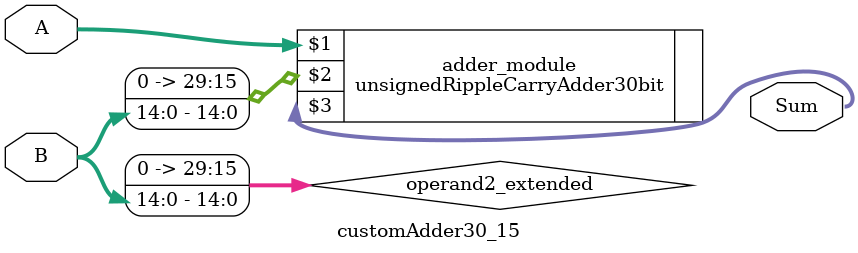
<source format=v>

module customAdder30_15(
                    input [29 : 0] A,
                    input [14 : 0] B,
                    
                    output [30 : 0] Sum
            );

    wire [29 : 0] operand2_extended;
    
    assign operand2_extended =  {15'b0, B};
    
    unsignedRippleCarryAdder30bit adder_module(
        A,
        operand2_extended,
        Sum
    );
    
endmodule
        
</source>
